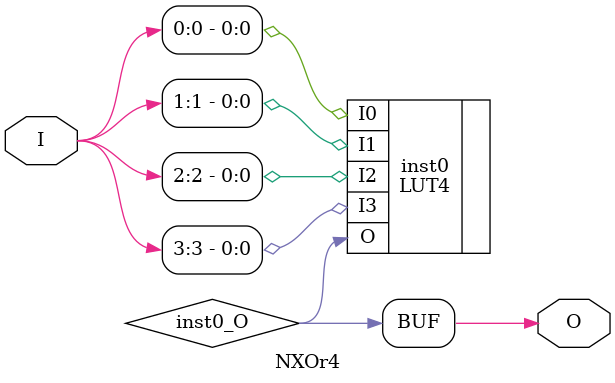
<source format=v>
module NXOr4 (input [3:0] I, output  O);
wire  inst0_O;
LUT4 #(.INIT(16'h9669)) inst0 (.I0(I[0]), .I1(I[1]), .I2(I[2]), .I3(I[3]), .O(inst0_O));
assign O = inst0_O;
endmodule


</source>
